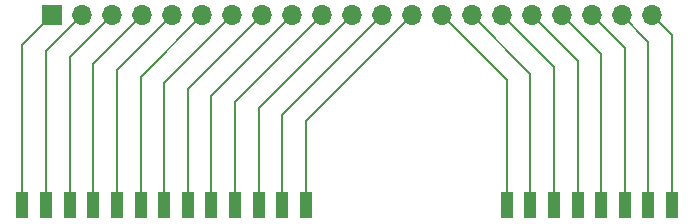
<source format=gtl>
G04 #@! TF.GenerationSoftware,KiCad,Pcbnew,8.0.1*
G04 #@! TF.CreationDate,2024-07-23T13:12:02+08:00*
G04 #@! TF.ProjectId,Test Prototype for v0.3,54657374-2050-4726-9f74-6f7479706520,rev?*
G04 #@! TF.SameCoordinates,Original*
G04 #@! TF.FileFunction,Copper,L1,Top*
G04 #@! TF.FilePolarity,Positive*
%FSLAX46Y46*%
G04 Gerber Fmt 4.6, Leading zero omitted, Abs format (unit mm)*
G04 Created by KiCad (PCBNEW 8.0.1) date 2024-07-23 13:12:02*
%MOMM*%
%LPD*%
G01*
G04 APERTURE LIST*
G04 #@! TA.AperFunction,SMDPad,CuDef*
%ADD10R,1.000000X2.277500*%
G04 #@! TD*
G04 #@! TA.AperFunction,ComponentPad*
%ADD11R,1.700000X1.700000*%
G04 #@! TD*
G04 #@! TA.AperFunction,ComponentPad*
%ADD12O,1.700000X1.700000*%
G04 #@! TD*
G04 #@! TA.AperFunction,Conductor*
%ADD13C,0.200000*%
G04 #@! TD*
G04 APERTURE END LIST*
D10*
X140500000Y-90088750D03*
X175500000Y-90088750D03*
D11*
X123000000Y-74000000D03*
D12*
X125540000Y-74000000D03*
X128080000Y-74000000D03*
X130620000Y-74000000D03*
X133160000Y-74000000D03*
X135700000Y-74000000D03*
X138240000Y-74000000D03*
X140780000Y-74000000D03*
X143320000Y-74000000D03*
X145860000Y-74000000D03*
X148400000Y-74000000D03*
X150940000Y-74000000D03*
X153480000Y-74000000D03*
X156020000Y-74000000D03*
X158560000Y-74000000D03*
X161100000Y-74000000D03*
X163640000Y-74000000D03*
X166180000Y-74000000D03*
X168720000Y-74000000D03*
X171260000Y-74000000D03*
X173800000Y-74000000D03*
D10*
X130500000Y-90088750D03*
X165500000Y-90088750D03*
X169500000Y-90088750D03*
X142500000Y-90088750D03*
X122500000Y-90088750D03*
X173500000Y-90088750D03*
X138500000Y-90088750D03*
X126500000Y-90088750D03*
X120500000Y-90088750D03*
X144500000Y-90088750D03*
X132500000Y-90088750D03*
X161500000Y-90088750D03*
X124500000Y-90088750D03*
X128500000Y-90088750D03*
X171500000Y-90088750D03*
X163500000Y-90088750D03*
X134500000Y-90088750D03*
X167500000Y-90088750D03*
X136500000Y-90088750D03*
D13*
X175500000Y-90088750D02*
X175500000Y-75700000D01*
X175500000Y-75700000D02*
X173800000Y-74000000D01*
X173500000Y-90088750D02*
X173500000Y-76240000D01*
X173500000Y-76240000D02*
X171260000Y-74000000D01*
X171500000Y-76780000D02*
X168720000Y-74000000D01*
X171500000Y-90088750D02*
X171500000Y-76780000D01*
X169500000Y-77320000D02*
X166180000Y-74000000D01*
X169500000Y-90088750D02*
X169500000Y-77320000D01*
X167500000Y-77860000D02*
X163640000Y-74000000D01*
X167500000Y-90088750D02*
X167500000Y-77860000D01*
X165500000Y-78400000D02*
X161100000Y-74000000D01*
X165500000Y-90088750D02*
X165500000Y-78400000D01*
X163500000Y-78940000D02*
X158560000Y-74000000D01*
X163500000Y-90088750D02*
X163500000Y-78940000D01*
X161500000Y-90088750D02*
X161500000Y-79480000D01*
X161500000Y-79480000D02*
X156020000Y-74000000D01*
X144500000Y-82980000D02*
X153480000Y-74000000D01*
X144500000Y-90088750D02*
X144500000Y-82980000D01*
X142500000Y-90088750D02*
X142500000Y-82440000D01*
X142500000Y-82440000D02*
X150940000Y-74000000D01*
X140500000Y-81900000D02*
X148400000Y-74000000D01*
X140500000Y-90088750D02*
X140500000Y-81900000D01*
X138500000Y-90088750D02*
X138500000Y-81360000D01*
X138500000Y-81360000D02*
X145860000Y-74000000D01*
X136500000Y-90088750D02*
X136500000Y-80820000D01*
X136500000Y-80820000D02*
X143320000Y-74000000D01*
X134500000Y-90088750D02*
X134500000Y-80280000D01*
X134500000Y-80280000D02*
X140780000Y-74000000D01*
X132500000Y-90088750D02*
X132500000Y-79740000D01*
X132500000Y-79740000D02*
X138240000Y-74000000D01*
X130500000Y-79200000D02*
X135700000Y-74000000D01*
X130500000Y-90088750D02*
X130500000Y-79200000D01*
X128500000Y-78660000D02*
X133160000Y-74000000D01*
X128500000Y-90088750D02*
X128500000Y-78660000D01*
X126500000Y-78120000D02*
X130620000Y-74000000D01*
X126500000Y-90088750D02*
X126500000Y-78120000D01*
X124500000Y-90088750D02*
X124500000Y-77580000D01*
X124500000Y-77580000D02*
X128080000Y-74000000D01*
X122500000Y-77040000D02*
X125540000Y-74000000D01*
X122500000Y-90088750D02*
X122500000Y-77040000D01*
X120500000Y-76500000D02*
X123000000Y-74000000D01*
X120500000Y-90088750D02*
X120500000Y-76500000D01*
M02*

</source>
